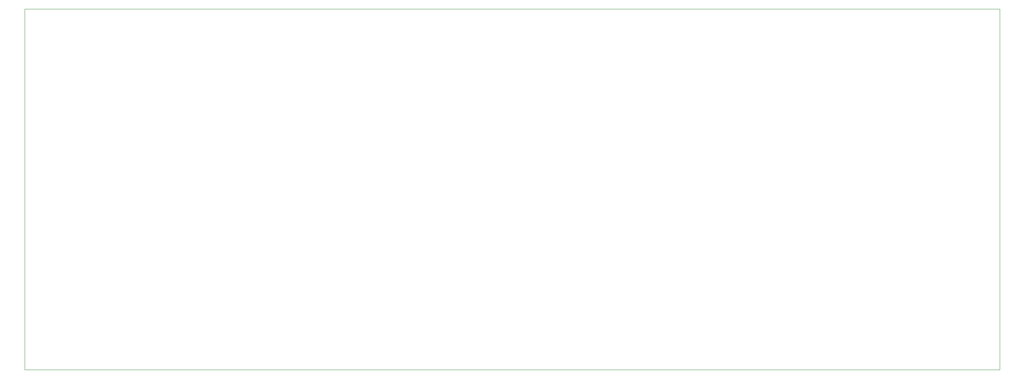
<source format=gm1>
G04 #@! TF.GenerationSoftware,KiCad,Pcbnew,8.0.2-8.0.2-0~ubuntu22.04.1*
G04 #@! TF.CreationDate,2024-05-04T14:35:27+03:00*
G04 #@! TF.ProjectId,ZFTuner,5a465475-6e65-4722-9e6b-696361645f70,A0*
G04 #@! TF.SameCoordinates,Original*
G04 #@! TF.FileFunction,Profile,NP*
%FSLAX46Y46*%
G04 Gerber Fmt 4.6, Leading zero omitted, Abs format (unit mm)*
G04 Created by KiCad (PCBNEW 8.0.2-8.0.2-0~ubuntu22.04.1) date 2024-05-04 14:35:27*
%MOMM*%
%LPD*%
G01*
G04 APERTURE LIST*
G04 #@! TA.AperFunction,Profile*
%ADD10C,0.050000*%
G04 #@! TD*
G04 APERTURE END LIST*
D10*
X44000000Y-40500000D02*
X265000000Y-40500000D01*
X265000000Y-122500000D01*
X44000000Y-122500000D01*
X44000000Y-40500000D01*
M02*

</source>
